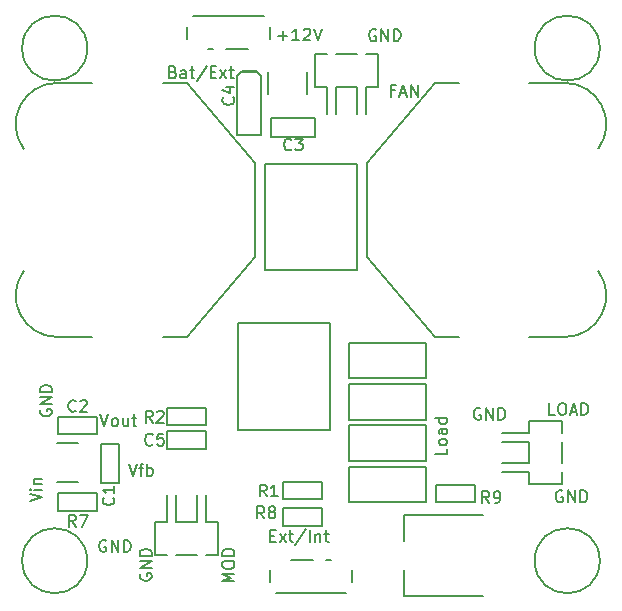
<source format=gto>
G04 This is an RS-274x file exported by *
G04 gerbv version 2.6.0 *
G04 More information is available about gerbv at *
G04 http://gerbv.gpleda.org/ *
G04 --End of header info--*
%MOIN*%
%FSLAX34Y34*%
%IPPOS*%
G04 --Define apertures--*
%ADD10C,0.0039*%
%ADD11C,0.0059*%
G04 --Start main section--*
G54D11*
G01X0051373Y-040059D02*
G01X0051336Y-040040D01*
G01X0051336Y-040040D02*
G01X0051280Y-040040D01*
G01X0051280Y-040040D02*
G01X0051223Y-040059D01*
G01X0051223Y-040059D02*
G01X0051186Y-040097D01*
G01X0051186Y-040097D02*
G01X0051167Y-040134D01*
G01X0051167Y-040134D02*
G01X0051148Y-040209D01*
G01X0051148Y-040209D02*
G01X0051148Y-040265D01*
G01X0051148Y-040265D02*
G01X0051167Y-040340D01*
G01X0051167Y-040340D02*
G01X0051186Y-040378D01*
G01X0051186Y-040378D02*
G01X0051223Y-040415D01*
G01X0051223Y-040415D02*
G01X0051280Y-040434D01*
G01X0051280Y-040434D02*
G01X0051317Y-040434D01*
G01X0051317Y-040434D02*
G01X0051373Y-040415D01*
G01X0051373Y-040415D02*
G01X0051392Y-040397D01*
G01X0051392Y-040397D02*
G01X0051392Y-040265D01*
G01X0051392Y-040265D02*
G01X0051317Y-040265D01*
G01X0051561Y-040434D02*
G01X0051561Y-040040D01*
G01X0051561Y-040040D02*
G01X0051786Y-040434D01*
G01X0051786Y-040434D02*
G01X0051786Y-040040D01*
G01X0051973Y-040434D02*
G01X0051973Y-040040D01*
G01X0051973Y-040040D02*
G01X0052067Y-040040D01*
G01X0052067Y-040040D02*
G01X0052123Y-040059D01*
G01X0052123Y-040059D02*
G01X0052161Y-040097D01*
G01X0052161Y-040097D02*
G01X0052179Y-040134D01*
G01X0052179Y-040134D02*
G01X0052198Y-040209D01*
G01X0052198Y-040209D02*
G01X0052198Y-040265D01*
G01X0052198Y-040265D02*
G01X0052179Y-040340D01*
G01X0052179Y-040340D02*
G01X0052161Y-040378D01*
G01X0052161Y-040378D02*
G01X0052123Y-040415D01*
G01X0052123Y-040415D02*
G01X0052067Y-040434D01*
G01X0052067Y-040434D02*
G01X0051973Y-040434D01*
G01X0043524Y-058194D02*
G01X0043505Y-058231D01*
G01X0043505Y-058231D02*
G01X0043505Y-058287D01*
G01X0043505Y-058287D02*
G01X0043524Y-058344D01*
G01X0043524Y-058344D02*
G01X0043561Y-058381D01*
G01X0043561Y-058381D02*
G01X0043599Y-058400D01*
G01X0043599Y-058400D02*
G01X0043674Y-058419D01*
G01X0043674Y-058419D02*
G01X0043730Y-058419D01*
G01X0043730Y-058419D02*
G01X0043805Y-058400D01*
G01X0043805Y-058400D02*
G01X0043842Y-058381D01*
G01X0043842Y-058381D02*
G01X0043880Y-058344D01*
G01X0043880Y-058344D02*
G01X0043899Y-058287D01*
G01X0043899Y-058287D02*
G01X0043899Y-058250D01*
G01X0043899Y-058250D02*
G01X0043880Y-058194D01*
G01X0043880Y-058194D02*
G01X0043861Y-058175D01*
G01X0043861Y-058175D02*
G01X0043730Y-058175D01*
G01X0043730Y-058175D02*
G01X0043730Y-058250D01*
G01X0043899Y-058006D02*
G01X0043505Y-058006D01*
G01X0043505Y-058006D02*
G01X0043899Y-057781D01*
G01X0043899Y-057781D02*
G01X0043505Y-057781D01*
G01X0043899Y-057594D02*
G01X0043505Y-057594D01*
G01X0043505Y-057594D02*
G01X0043505Y-057500D01*
G01X0043505Y-057500D02*
G01X0043524Y-057444D01*
G01X0043524Y-057444D02*
G01X0043561Y-057406D01*
G01X0043561Y-057406D02*
G01X0043599Y-057388D01*
G01X0043599Y-057388D02*
G01X0043674Y-057369D01*
G01X0043674Y-057369D02*
G01X0043730Y-057369D01*
G01X0043730Y-057369D02*
G01X0043805Y-057388D01*
G01X0043805Y-057388D02*
G01X0043842Y-057406D01*
G01X0043842Y-057406D02*
G01X0043880Y-057444D01*
G01X0043880Y-057444D02*
G01X0043899Y-057500D01*
G01X0043899Y-057500D02*
G01X0043899Y-057594D01*
G01X0057594Y-055433D02*
G01X0057556Y-055414D01*
G01X0057556Y-055414D02*
G01X0057500Y-055414D01*
G01X0057500Y-055414D02*
G01X0057444Y-055433D01*
G01X0057444Y-055433D02*
G01X0057406Y-055471D01*
G01X0057406Y-055471D02*
G01X0057388Y-055508D01*
G01X0057388Y-055508D02*
G01X0057369Y-055583D01*
G01X0057369Y-055583D02*
G01X0057369Y-055639D01*
G01X0057369Y-055639D02*
G01X0057388Y-055714D01*
G01X0057388Y-055714D02*
G01X0057406Y-055752D01*
G01X0057406Y-055752D02*
G01X0057444Y-055789D01*
G01X0057444Y-055789D02*
G01X0057500Y-055808D01*
G01X0057500Y-055808D02*
G01X0057537Y-055808D01*
G01X0057537Y-055808D02*
G01X0057594Y-055789D01*
G01X0057594Y-055789D02*
G01X0057612Y-055771D01*
G01X0057612Y-055771D02*
G01X0057612Y-055639D01*
G01X0057612Y-055639D02*
G01X0057537Y-055639D01*
G01X0057781Y-055808D02*
G01X0057781Y-055414D01*
G01X0057781Y-055414D02*
G01X0058006Y-055808D01*
G01X0058006Y-055808D02*
G01X0058006Y-055414D01*
G01X0058194Y-055808D02*
G01X0058194Y-055414D01*
G01X0058194Y-055414D02*
G01X0058287Y-055414D01*
G01X0058287Y-055414D02*
G01X0058344Y-055433D01*
G01X0058344Y-055433D02*
G01X0058381Y-055471D01*
G01X0058381Y-055471D02*
G01X0058400Y-055508D01*
G01X0058400Y-055508D02*
G01X0058419Y-055583D01*
G01X0058419Y-055583D02*
G01X0058419Y-055639D01*
G01X0058419Y-055639D02*
G01X0058400Y-055714D01*
G01X0058400Y-055714D02*
G01X0058381Y-055752D01*
G01X0058381Y-055752D02*
G01X0058344Y-055789D01*
G01X0058344Y-055789D02*
G01X0058287Y-055808D01*
G01X0058287Y-055808D02*
G01X0058194Y-055808D01*
G01X0047677Y-044528D02*
G01X0050748Y-044528D01*
G01X0050748Y-044528D02*
G01X0050748Y-048071D01*
G01X0050748Y-048071D02*
G01X0047677Y-048071D01*
G01X0047677Y-048071D02*
G01X0047677Y-044528D01*
G01X0046791Y-049843D02*
G01X0049862Y-049843D01*
G01X0049862Y-049843D02*
G01X0049862Y-053386D01*
G01X0049862Y-053386D02*
G01X0046791Y-053386D01*
G01X0046791Y-053386D02*
G01X0046791Y-049843D01*
G01X0045945Y-040709D02*
G01X0045787Y-040709D01*
G01X0047126Y-040709D02*
G01X0046378Y-040709D01*
G01X0047638Y-039606D02*
G01X0045276Y-039606D01*
G01X0045079Y-040354D02*
G01X0045079Y-039961D01*
G01X0047835Y-040354D02*
G01X0047835Y-039961D01*
G01X0049724Y-057717D02*
G01X0049882Y-057717D01*
G01X0048543Y-057717D02*
G01X0049291Y-057717D01*
G01X0048031Y-058819D02*
G01X0050394Y-058819D01*
G01X0050591Y-058071D02*
G01X0050591Y-058465D01*
G01X0047835Y-058071D02*
G01X0047835Y-058465D01*
G01X0040738Y-053829D02*
G01X0041447Y-053829D01*
G01X0041447Y-055128D02*
G01X0040738Y-055128D01*
G01X0047776Y-042185D02*
G01X0047776Y-041476D01*
G01X0049075Y-041476D02*
G01X0049075Y-042185D01*
G01X0052303Y-058051D02*
G01X0052303Y-058917D01*
G01X0052303Y-058917D02*
G01X0054941Y-058917D01*
G01X0054941Y-056240D02*
G01X0052303Y-056240D01*
G01X0052303Y-056240D02*
G01X0052303Y-057106D01*
G01X0050472Y-053051D02*
G01X0050472Y-051870D01*
G01X0050472Y-051870D02*
G01X0053031Y-051870D01*
G01X0053031Y-051870D02*
G01X0053031Y-053051D01*
G01X0053031Y-053051D02*
G01X0050472Y-053051D01*
G01X0050472Y-051673D02*
G01X0050472Y-050492D01*
G01X0050472Y-050492D02*
G01X0053031Y-050492D01*
G01X0053031Y-050492D02*
G01X0053031Y-051673D01*
G01X0053031Y-051673D02*
G01X0050472Y-051673D01*
G01X0050472Y-054429D02*
G01X0050472Y-053248D01*
G01X0050472Y-053248D02*
G01X0053031Y-053248D01*
G01X0053031Y-053248D02*
G01X0053031Y-054429D01*
G01X0053031Y-054429D02*
G01X0050472Y-054429D01*
G01X0050472Y-055807D02*
G01X0050472Y-054626D01*
G01X0050472Y-054626D02*
G01X0053031Y-054626D01*
G01X0053031Y-054626D02*
G01X0053031Y-055807D01*
G01X0053031Y-055807D02*
G01X0050472Y-055807D01*
G01X0042224Y-055177D02*
G01X0042815Y-055177D01*
G01X0042815Y-055177D02*
G01X0042815Y-053878D01*
G01X0042815Y-053878D02*
G01X0042224Y-053878D01*
G01X0042224Y-053878D02*
G01X0042224Y-055177D01*
G01X0040787Y-052953D02*
G01X0040787Y-053543D01*
G01X0040787Y-053543D02*
G01X0042087Y-053543D01*
G01X0042087Y-053543D02*
G01X0042087Y-052953D01*
G01X0042087Y-052953D02*
G01X0040787Y-052953D01*
G01X0048268Y-055118D02*
G01X0048268Y-055709D01*
G01X0048268Y-055709D02*
G01X0049567Y-055709D01*
G01X0049567Y-055709D02*
G01X0049567Y-055118D01*
G01X0049567Y-055118D02*
G01X0048268Y-055118D01*
G01X0044429Y-052657D02*
G01X0044429Y-053248D01*
G01X0044429Y-053248D02*
G01X0045728Y-053248D01*
G01X0045728Y-053248D02*
G01X0045728Y-052657D01*
G01X0045728Y-052657D02*
G01X0044429Y-052657D01*
G01X0042087Y-056102D02*
G01X0042087Y-055512D01*
G01X0042087Y-055512D02*
G01X0040787Y-055512D01*
G01X0040787Y-055512D02*
G01X0040787Y-056102D01*
G01X0040787Y-056102D02*
G01X0042087Y-056102D01*
G01X0048268Y-056004D02*
G01X0048268Y-056594D01*
G01X0048268Y-056594D02*
G01X0049567Y-056594D01*
G01X0049567Y-056594D02*
G01X0049567Y-056004D01*
G01X0049567Y-056004D02*
G01X0048268Y-056004D01*
G01X0057677Y-050295D02*
G01X0056496Y-050295D01*
G01X0053346Y-050295D02*
G01X0051083Y-047638D01*
G01X0054134Y-050295D02*
G01X0053346Y-050295D01*
G01X0058792Y-044019D02*
G75*
G03X0057677Y-041831I-001115J0000810D01*
G01X0057677Y-041831D02*
G01X0056496Y-041831D01*
G01X0054134Y-041831D02*
G01X0053346Y-041831D01*
G01X0051083Y-044488D02*
G01X0051083Y-047638D01*
G01X0051083Y-044488D02*
G01X0053346Y-041831D01*
G01X0058792Y-048107D02*
G75*
G02X0057677Y-050295I-001115J-000810D01*
G01X0040748Y-041831D02*
G01X0041929Y-041831D01*
G01X0045079Y-041831D02*
G01X0047343Y-044488D01*
G01X0044291Y-041831D02*
G01X0045079Y-041831D01*
G01X0039633Y-048107D02*
G75*
G03X0040748Y-050295I0001115J-000810D01*
G01X0040748Y-050295D02*
G01X0041929Y-050295D01*
G01X0044291Y-050295D02*
G01X0045079Y-050295D01*
G01X0047343Y-047638D02*
G01X0047343Y-044488D01*
G01X0047343Y-047638D02*
G01X0045079Y-050295D01*
G01X0039633Y-044019D02*
G75*
G02X0040748Y-041831I0001115J0000810D01*
G01X0044429Y-053445D02*
G01X0044429Y-054035D01*
G01X0044429Y-054035D02*
G01X0045728Y-054035D01*
G01X0045728Y-054035D02*
G01X0045728Y-053445D01*
G01X0045728Y-053445D02*
G01X0044429Y-053445D01*
G01X0053386Y-055217D02*
G01X0053386Y-055807D01*
G01X0053386Y-055807D02*
G01X0054685Y-055807D01*
G01X0054685Y-055807D02*
G01X0054685Y-055217D01*
G01X0054685Y-055217D02*
G01X0053386Y-055217D01*
G01X0049350Y-042992D02*
G01X0047894Y-042992D01*
G01X0047894Y-042992D02*
G01X0047894Y-043622D01*
G01X0047894Y-043622D02*
G01X0049350Y-043622D01*
G01X0049350Y-043622D02*
G01X0049350Y-042992D01*
G01X0046870Y-041476D02*
G01X0047421Y-041476D01*
G01X0046752Y-041594D02*
G01X0046752Y-043563D01*
G01X0046909Y-041437D02*
G01X0046752Y-041594D01*
G01X0047382Y-041437D02*
G01X0046909Y-041437D01*
G01X0047539Y-041594D02*
G01X0047382Y-041437D01*
G01X0047539Y-043563D02*
G01X0047539Y-041594D01*
G01X0047539Y-043563D02*
G01X0046752Y-043563D01*
G01X0058839Y-040669D02*
G75*
G03X0058839Y-040669I-001083J0000000D01*
G01X0058839Y-057756D02*
G75*
G03X0058839Y-057756I-001083J0000000D01*
G01X0041752Y-057756D02*
G75*
G03X0041752Y-057756I-001083J0000000D01*
G01X0041752Y-040669D02*
G75*
G03X0041752Y-040669I-001083J0000000D01*
G01X0045429Y-055570D02*
G01X0045429Y-056470D01*
G01X0045429Y-056470D02*
G01X0044729Y-056470D01*
G01X0044729Y-056470D02*
G01X0044729Y-055570D01*
G01X0044729Y-057570D02*
G01X0045429Y-057570D01*
G01X0045729Y-057570D02*
G01X0046129Y-057570D01*
G01X0046129Y-057570D02*
G01X0046129Y-056470D01*
G01X0046129Y-056470D02*
G01X0045729Y-056470D01*
G01X0045729Y-056470D02*
G01X0045729Y-055570D01*
G01X0044429Y-055570D02*
G01X0044429Y-056470D01*
G01X0044429Y-056470D02*
G01X0044029Y-056470D01*
G01X0044029Y-056470D02*
G01X0044029Y-057570D01*
G01X0044029Y-057570D02*
G01X0044429Y-057570D01*
G01X0050044Y-042856D02*
G01X0050044Y-041956D01*
G01X0050044Y-041956D02*
G01X0050744Y-041956D01*
G01X0050744Y-041956D02*
G01X0050744Y-042856D01*
G01X0050744Y-040856D02*
G01X0050044Y-040856D01*
G01X0049744Y-040856D02*
G01X0049344Y-040856D01*
G01X0049344Y-040856D02*
G01X0049344Y-041956D01*
G01X0049344Y-041956D02*
G01X0049744Y-041956D01*
G01X0049744Y-041956D02*
G01X0049744Y-042856D01*
G01X0051044Y-042856D02*
G01X0051044Y-041956D01*
G01X0051044Y-041956D02*
G01X0051444Y-041956D01*
G01X0051444Y-041956D02*
G01X0051444Y-040856D01*
G01X0051444Y-040856D02*
G01X0051044Y-040856D01*
G01X0055570Y-053784D02*
G01X0056470Y-053784D01*
G01X0056470Y-053784D02*
G01X0056470Y-054484D01*
G01X0056470Y-054484D02*
G01X0055570Y-054484D01*
G01X0057570Y-054484D02*
G01X0057570Y-053784D01*
G01X0057570Y-053484D02*
G01X0057570Y-053084D01*
G01X0057570Y-053084D02*
G01X0056470Y-053084D01*
G01X0056470Y-053084D02*
G01X0056470Y-053484D01*
G01X0056470Y-053484D02*
G01X0055570Y-053484D01*
G01X0055570Y-054784D02*
G01X0056470Y-054784D01*
G01X0056470Y-054784D02*
G01X0056470Y-055184D01*
G01X0056470Y-055184D02*
G01X0057570Y-055184D01*
G01X0057570Y-055184D02*
G01X0057570Y-054784D01*
G01X0044613Y-041468D02*
G01X0044669Y-041487D01*
G01X0044669Y-041487D02*
G01X0044688Y-041505D01*
G01X0044688Y-041505D02*
G01X0044707Y-041543D01*
G01X0044707Y-041543D02*
G01X0044707Y-041599D01*
G01X0044707Y-041599D02*
G01X0044688Y-041637D01*
G01X0044688Y-041637D02*
G01X0044669Y-041655D01*
G01X0044669Y-041655D02*
G01X0044632Y-041674D01*
G01X0044632Y-041674D02*
G01X0044482Y-041674D01*
G01X0044482Y-041674D02*
G01X0044482Y-041280D01*
G01X0044482Y-041280D02*
G01X0044613Y-041280D01*
G01X0044613Y-041280D02*
G01X0044650Y-041299D01*
G01X0044650Y-041299D02*
G01X0044669Y-041318D01*
G01X0044669Y-041318D02*
G01X0044688Y-041355D01*
G01X0044688Y-041355D02*
G01X0044688Y-041393D01*
G01X0044688Y-041393D02*
G01X0044669Y-041430D01*
G01X0044669Y-041430D02*
G01X0044650Y-041449D01*
G01X0044650Y-041449D02*
G01X0044613Y-041468D01*
G01X0044613Y-041468D02*
G01X0044482Y-041468D01*
G01X0045044Y-041674D02*
G01X0045044Y-041468D01*
G01X0045044Y-041468D02*
G01X0045025Y-041430D01*
G01X0045025Y-041430D02*
G01X0044988Y-041412D01*
G01X0044988Y-041412D02*
G01X0044913Y-041412D01*
G01X0044913Y-041412D02*
G01X0044875Y-041430D01*
G01X0045044Y-041655D02*
G01X0045007Y-041674D01*
G01X0045007Y-041674D02*
G01X0044913Y-041674D01*
G01X0044913Y-041674D02*
G01X0044875Y-041655D01*
G01X0044875Y-041655D02*
G01X0044857Y-041618D01*
G01X0044857Y-041618D02*
G01X0044857Y-041580D01*
G01X0044857Y-041580D02*
G01X0044875Y-041543D01*
G01X0044875Y-041543D02*
G01X0044913Y-041524D01*
G01X0044913Y-041524D02*
G01X0045007Y-041524D01*
G01X0045007Y-041524D02*
G01X0045044Y-041505D01*
G01X0045175Y-041412D02*
G01X0045325Y-041412D01*
G01X0045232Y-041280D02*
G01X0045232Y-041618D01*
G01X0045232Y-041618D02*
G01X0045250Y-041655D01*
G01X0045250Y-041655D02*
G01X0045288Y-041674D01*
G01X0045288Y-041674D02*
G01X0045325Y-041674D01*
G01X0045738Y-041262D02*
G01X0045400Y-041768D01*
G01X0045869Y-041468D02*
G01X0046000Y-041468D01*
G01X0046056Y-041674D02*
G01X0045869Y-041674D01*
G01X0045869Y-041674D02*
G01X0045869Y-041280D01*
G01X0045869Y-041280D02*
G01X0046056Y-041280D01*
G01X0046188Y-041674D02*
G01X0046394Y-041412D01*
G01X0046188Y-041412D02*
G01X0046394Y-041674D01*
G01X0046488Y-041412D02*
G01X0046638Y-041412D01*
G01X0046544Y-041280D02*
G01X0046544Y-041618D01*
G01X0046544Y-041618D02*
G01X0046563Y-041655D01*
G01X0046563Y-041655D02*
G01X0046600Y-041674D01*
G01X0046600Y-041674D02*
G01X0046638Y-041674D01*
G01X0047852Y-056921D02*
G01X0047984Y-056921D01*
G01X0048040Y-057127D02*
G01X0047852Y-057127D01*
G01X0047852Y-057127D02*
G01X0047852Y-056733D01*
G01X0047852Y-056733D02*
G01X0048040Y-056733D01*
G01X0048171Y-057127D02*
G01X0048377Y-056864D01*
G01X0048171Y-056864D02*
G01X0048377Y-057127D01*
G01X0048471Y-056864D02*
G01X0048621Y-056864D01*
G01X0048527Y-056733D02*
G01X0048527Y-057071D01*
G01X0048527Y-057071D02*
G01X0048546Y-057108D01*
G01X0048546Y-057108D02*
G01X0048584Y-057127D01*
G01X0048584Y-057127D02*
G01X0048621Y-057127D01*
G01X0049034Y-056714D02*
G01X0048696Y-057221D01*
G01X0049165Y-057127D02*
G01X0049165Y-056733D01*
G01X0049352Y-056864D02*
G01X0049352Y-057127D01*
G01X0049352Y-056902D02*
G01X0049371Y-056883D01*
G01X0049371Y-056883D02*
G01X0049409Y-056864D01*
G01X0049409Y-056864D02*
G01X0049465Y-056864D01*
G01X0049465Y-056864D02*
G01X0049502Y-056883D01*
G01X0049502Y-056883D02*
G01X0049521Y-056921D01*
G01X0049521Y-056921D02*
G01X0049521Y-057127D01*
G01X0049652Y-056864D02*
G01X0049802Y-056864D01*
G01X0049708Y-056733D02*
G01X0049708Y-057071D01*
G01X0049708Y-057071D02*
G01X0049727Y-057108D01*
G01X0049727Y-057108D02*
G01X0049765Y-057127D01*
G01X0049765Y-057127D02*
G01X0049802Y-057127D01*
G01X0052004Y-042078D02*
G01X0051873Y-042078D01*
G01X0051873Y-042284D02*
G01X0051873Y-041891D01*
G01X0051873Y-041891D02*
G01X0052060Y-041891D01*
G01X0052192Y-042172D02*
G01X0052379Y-042172D01*
G01X0052154Y-042284D02*
G01X0052285Y-041891D01*
G01X0052285Y-041891D02*
G01X0052417Y-042284D01*
G01X0052548Y-042284D02*
G01X0052548Y-041891D01*
G01X0052548Y-041891D02*
G01X0052773Y-042284D01*
G01X0052773Y-042284D02*
G01X0052773Y-041891D01*
G01X0042621Y-055656D02*
G01X0042640Y-055675D01*
G01X0042640Y-055675D02*
G01X0042658Y-055731D01*
G01X0042658Y-055731D02*
G01X0042658Y-055769D01*
G01X0042658Y-055769D02*
G01X0042640Y-055825D01*
G01X0042640Y-055825D02*
G01X0042602Y-055862D01*
G01X0042602Y-055862D02*
G01X0042565Y-055881D01*
G01X0042565Y-055881D02*
G01X0042490Y-055900D01*
G01X0042490Y-055900D02*
G01X0042433Y-055900D01*
G01X0042433Y-055900D02*
G01X0042358Y-055881D01*
G01X0042358Y-055881D02*
G01X0042321Y-055862D01*
G01X0042321Y-055862D02*
G01X0042283Y-055825D01*
G01X0042283Y-055825D02*
G01X0042265Y-055769D01*
G01X0042265Y-055769D02*
G01X0042265Y-055731D01*
G01X0042265Y-055731D02*
G01X0042283Y-055675D01*
G01X0042283Y-055675D02*
G01X0042302Y-055656D01*
G01X0042658Y-055281D02*
G01X0042658Y-055506D01*
G01X0042658Y-055394D02*
G01X0042265Y-055394D01*
G01X0042265Y-055394D02*
G01X0042321Y-055431D01*
G01X0042321Y-055431D02*
G01X0042358Y-055469D01*
G01X0042358Y-055469D02*
G01X0042377Y-055506D01*
G01X0041371Y-052759D02*
G01X0041353Y-052777D01*
G01X0041353Y-052777D02*
G01X0041296Y-052796D01*
G01X0041296Y-052796D02*
G01X0041259Y-052796D01*
G01X0041259Y-052796D02*
G01X0041203Y-052777D01*
G01X0041203Y-052777D02*
G01X0041165Y-052740D01*
G01X0041165Y-052740D02*
G01X0041146Y-052702D01*
G01X0041146Y-052702D02*
G01X0041128Y-052627D01*
G01X0041128Y-052627D02*
G01X0041128Y-052571D01*
G01X0041128Y-052571D02*
G01X0041146Y-052496D01*
G01X0041146Y-052496D02*
G01X0041165Y-052459D01*
G01X0041165Y-052459D02*
G01X0041203Y-052421D01*
G01X0041203Y-052421D02*
G01X0041259Y-052403D01*
G01X0041259Y-052403D02*
G01X0041296Y-052403D01*
G01X0041296Y-052403D02*
G01X0041353Y-052421D01*
G01X0041353Y-052421D02*
G01X0041371Y-052440D01*
G01X0041521Y-052440D02*
G01X0041540Y-052421D01*
G01X0041540Y-052421D02*
G01X0041578Y-052403D01*
G01X0041578Y-052403D02*
G01X0041671Y-052403D01*
G01X0041671Y-052403D02*
G01X0041709Y-052421D01*
G01X0041709Y-052421D02*
G01X0041728Y-052440D01*
G01X0041728Y-052440D02*
G01X0041746Y-052478D01*
G01X0041746Y-052478D02*
G01X0041746Y-052515D01*
G01X0041746Y-052515D02*
G01X0041728Y-052571D01*
G01X0041728Y-052571D02*
G01X0041503Y-052796D01*
G01X0041503Y-052796D02*
G01X0041746Y-052796D01*
G01X0047730Y-055611D02*
G01X0047598Y-055424D01*
G01X0047505Y-055611D02*
G01X0047505Y-055217D01*
G01X0047505Y-055217D02*
G01X0047655Y-055217D01*
G01X0047655Y-055217D02*
G01X0047692Y-055236D01*
G01X0047692Y-055236D02*
G01X0047711Y-055255D01*
G01X0047711Y-055255D02*
G01X0047730Y-055292D01*
G01X0047730Y-055292D02*
G01X0047730Y-055349D01*
G01X0047730Y-055349D02*
G01X0047711Y-055386D01*
G01X0047711Y-055386D02*
G01X0047692Y-055405D01*
G01X0047692Y-055405D02*
G01X0047655Y-055424D01*
G01X0047655Y-055424D02*
G01X0047505Y-055424D01*
G01X0048105Y-055611D02*
G01X0047880Y-055611D01*
G01X0047992Y-055611D02*
G01X0047992Y-055217D01*
G01X0047992Y-055217D02*
G01X0047955Y-055274D01*
G01X0047955Y-055274D02*
G01X0047917Y-055311D01*
G01X0047917Y-055311D02*
G01X0047880Y-055330D01*
G01X0043930Y-053151D02*
G01X0043799Y-052963D01*
G01X0043705Y-053151D02*
G01X0043705Y-052757D01*
G01X0043705Y-052757D02*
G01X0043855Y-052757D01*
G01X0043855Y-052757D02*
G01X0043893Y-052776D01*
G01X0043893Y-052776D02*
G01X0043912Y-052794D01*
G01X0043912Y-052794D02*
G01X0043930Y-052832D01*
G01X0043930Y-052832D02*
G01X0043930Y-052888D01*
G01X0043930Y-052888D02*
G01X0043912Y-052926D01*
G01X0043912Y-052926D02*
G01X0043893Y-052944D01*
G01X0043893Y-052944D02*
G01X0043855Y-052963D01*
G01X0043855Y-052963D02*
G01X0043705Y-052963D01*
G01X0044080Y-052794D02*
G01X0044099Y-052776D01*
G01X0044099Y-052776D02*
G01X0044137Y-052757D01*
G01X0044137Y-052757D02*
G01X0044230Y-052757D01*
G01X0044230Y-052757D02*
G01X0044268Y-052776D01*
G01X0044268Y-052776D02*
G01X0044287Y-052794D01*
G01X0044287Y-052794D02*
G01X0044305Y-052832D01*
G01X0044305Y-052832D02*
G01X0044305Y-052869D01*
G01X0044305Y-052869D02*
G01X0044287Y-052926D01*
G01X0044287Y-052926D02*
G01X0044062Y-053151D01*
G01X0044062Y-053151D02*
G01X0044305Y-053151D01*
G01X0041371Y-056615D02*
G01X0041240Y-056428D01*
G01X0041146Y-056615D02*
G01X0041146Y-056221D01*
G01X0041146Y-056221D02*
G01X0041296Y-056221D01*
G01X0041296Y-056221D02*
G01X0041334Y-056240D01*
G01X0041334Y-056240D02*
G01X0041353Y-056259D01*
G01X0041353Y-056259D02*
G01X0041371Y-056296D01*
G01X0041371Y-056296D02*
G01X0041371Y-056353D01*
G01X0041371Y-056353D02*
G01X0041353Y-056390D01*
G01X0041353Y-056390D02*
G01X0041334Y-056409D01*
G01X0041334Y-056409D02*
G01X0041296Y-056428D01*
G01X0041296Y-056428D02*
G01X0041146Y-056428D01*
G01X0041503Y-056221D02*
G01X0041765Y-056221D01*
G01X0041765Y-056221D02*
G01X0041596Y-056615D01*
G01X0047651Y-056340D02*
G01X0047520Y-056152D01*
G01X0047426Y-056340D02*
G01X0047426Y-055946D01*
G01X0047426Y-055946D02*
G01X0047576Y-055946D01*
G01X0047576Y-055946D02*
G01X0047613Y-055965D01*
G01X0047613Y-055965D02*
G01X0047632Y-055983D01*
G01X0047632Y-055983D02*
G01X0047651Y-056021D01*
G01X0047651Y-056021D02*
G01X0047651Y-056077D01*
G01X0047651Y-056077D02*
G01X0047632Y-056115D01*
G01X0047632Y-056115D02*
G01X0047613Y-056133D01*
G01X0047613Y-056133D02*
G01X0047576Y-056152D01*
G01X0047576Y-056152D02*
G01X0047426Y-056152D01*
G01X0047876Y-056115D02*
G01X0047838Y-056096D01*
G01X0047838Y-056096D02*
G01X0047820Y-056077D01*
G01X0047820Y-056077D02*
G01X0047801Y-056040D01*
G01X0047801Y-056040D02*
G01X0047801Y-056021D01*
G01X0047801Y-056021D02*
G01X0047820Y-055983D01*
G01X0047820Y-055983D02*
G01X0047838Y-055965D01*
G01X0047838Y-055965D02*
G01X0047876Y-055946D01*
G01X0047876Y-055946D02*
G01X0047951Y-055946D01*
G01X0047951Y-055946D02*
G01X0047988Y-055965D01*
G01X0047988Y-055965D02*
G01X0048007Y-055983D01*
G01X0048007Y-055983D02*
G01X0048026Y-056021D01*
G01X0048026Y-056021D02*
G01X0048026Y-056040D01*
G01X0048026Y-056040D02*
G01X0048007Y-056077D01*
G01X0048007Y-056077D02*
G01X0047988Y-056096D01*
G01X0047988Y-056096D02*
G01X0047951Y-056115D01*
G01X0047951Y-056115D02*
G01X0047876Y-056115D01*
G01X0047876Y-056115D02*
G01X0047838Y-056133D01*
G01X0047838Y-056133D02*
G01X0047820Y-056152D01*
G01X0047820Y-056152D02*
G01X0047801Y-056190D01*
G01X0047801Y-056190D02*
G01X0047801Y-056265D01*
G01X0047801Y-056265D02*
G01X0047820Y-056302D01*
G01X0047820Y-056302D02*
G01X0047838Y-056321D01*
G01X0047838Y-056321D02*
G01X0047876Y-056340D01*
G01X0047876Y-056340D02*
G01X0047951Y-056340D01*
G01X0047951Y-056340D02*
G01X0047988Y-056321D01*
G01X0047988Y-056321D02*
G01X0048007Y-056302D01*
G01X0048007Y-056302D02*
G01X0048026Y-056265D01*
G01X0048026Y-056265D02*
G01X0048026Y-056190D01*
G01X0048026Y-056190D02*
G01X0048007Y-056152D01*
G01X0048007Y-056152D02*
G01X0047988Y-056133D01*
G01X0047988Y-056133D02*
G01X0047951Y-056115D01*
G01X0043930Y-053881D02*
G01X0043912Y-053900D01*
G01X0043912Y-053900D02*
G01X0043855Y-053918D01*
G01X0043855Y-053918D02*
G01X0043818Y-053918D01*
G01X0043818Y-053918D02*
G01X0043762Y-053900D01*
G01X0043762Y-053900D02*
G01X0043724Y-053862D01*
G01X0043724Y-053862D02*
G01X0043705Y-053825D01*
G01X0043705Y-053825D02*
G01X0043687Y-053750D01*
G01X0043687Y-053750D02*
G01X0043687Y-053693D01*
G01X0043687Y-053693D02*
G01X0043705Y-053618D01*
G01X0043705Y-053618D02*
G01X0043724Y-053581D01*
G01X0043724Y-053581D02*
G01X0043762Y-053543D01*
G01X0043762Y-053543D02*
G01X0043818Y-053525D01*
G01X0043818Y-053525D02*
G01X0043855Y-053525D01*
G01X0043855Y-053525D02*
G01X0043912Y-053543D01*
G01X0043912Y-053543D02*
G01X0043930Y-053562D01*
G01X0044287Y-053525D02*
G01X0044099Y-053525D01*
G01X0044099Y-053525D02*
G01X0044080Y-053712D01*
G01X0044080Y-053712D02*
G01X0044099Y-053693D01*
G01X0044099Y-053693D02*
G01X0044137Y-053675D01*
G01X0044137Y-053675D02*
G01X0044230Y-053675D01*
G01X0044230Y-053675D02*
G01X0044268Y-053693D01*
G01X0044268Y-053693D02*
G01X0044287Y-053712D01*
G01X0044287Y-053712D02*
G01X0044305Y-053750D01*
G01X0044305Y-053750D02*
G01X0044305Y-053843D01*
G01X0044305Y-053843D02*
G01X0044287Y-053881D01*
G01X0044287Y-053881D02*
G01X0044268Y-053900D01*
G01X0044268Y-053900D02*
G01X0044230Y-053918D01*
G01X0044230Y-053918D02*
G01X0044137Y-053918D01*
G01X0044137Y-053918D02*
G01X0044099Y-053900D01*
G01X0044099Y-053900D02*
G01X0044080Y-053881D01*
G01X0055151Y-055828D02*
G01X0055020Y-055640D01*
G01X0054926Y-055828D02*
G01X0054926Y-055434D01*
G01X0054926Y-055434D02*
G01X0055076Y-055434D01*
G01X0055076Y-055434D02*
G01X0055113Y-055453D01*
G01X0055113Y-055453D02*
G01X0055132Y-055472D01*
G01X0055132Y-055472D02*
G01X0055151Y-055509D01*
G01X0055151Y-055509D02*
G01X0055151Y-055565D01*
G01X0055151Y-055565D02*
G01X0055132Y-055603D01*
G01X0055132Y-055603D02*
G01X0055113Y-055621D01*
G01X0055113Y-055621D02*
G01X0055076Y-055640D01*
G01X0055076Y-055640D02*
G01X0054926Y-055640D01*
G01X0055338Y-055828D02*
G01X0055413Y-055828D01*
G01X0055413Y-055828D02*
G01X0055451Y-055809D01*
G01X0055451Y-055809D02*
G01X0055470Y-055790D01*
G01X0055470Y-055790D02*
G01X0055507Y-055734D01*
G01X0055507Y-055734D02*
G01X0055526Y-055659D01*
G01X0055526Y-055659D02*
G01X0055526Y-055509D01*
G01X0055526Y-055509D02*
G01X0055507Y-055472D01*
G01X0055507Y-055472D02*
G01X0055488Y-055453D01*
G01X0055488Y-055453D02*
G01X0055451Y-055434D01*
G01X0055451Y-055434D02*
G01X0055376Y-055434D01*
G01X0055376Y-055434D02*
G01X0055338Y-055453D01*
G01X0055338Y-055453D02*
G01X0055320Y-055472D01*
G01X0055320Y-055472D02*
G01X0055301Y-055509D01*
G01X0055301Y-055509D02*
G01X0055301Y-055603D01*
G01X0055301Y-055603D02*
G01X0055320Y-055640D01*
G01X0055320Y-055640D02*
G01X0055338Y-055659D01*
G01X0055338Y-055659D02*
G01X0055376Y-055678D01*
G01X0055376Y-055678D02*
G01X0055451Y-055678D01*
G01X0055451Y-055678D02*
G01X0055488Y-055659D01*
G01X0055488Y-055659D02*
G01X0055507Y-055640D01*
G01X0055507Y-055640D02*
G01X0055526Y-055603D01*
G01X0048556Y-044038D02*
G01X0048538Y-044057D01*
G01X0048538Y-044057D02*
G01X0048481Y-044076D01*
G01X0048481Y-044076D02*
G01X0048444Y-044076D01*
G01X0048444Y-044076D02*
G01X0048388Y-044057D01*
G01X0048388Y-044057D02*
G01X0048350Y-044019D01*
G01X0048350Y-044019D02*
G01X0048331Y-043982D01*
G01X0048331Y-043982D02*
G01X0048313Y-043907D01*
G01X0048313Y-043907D02*
G01X0048313Y-043851D01*
G01X0048313Y-043851D02*
G01X0048331Y-043776D01*
G01X0048331Y-043776D02*
G01X0048350Y-043738D01*
G01X0048350Y-043738D02*
G01X0048388Y-043701D01*
G01X0048388Y-043701D02*
G01X0048444Y-043682D01*
G01X0048444Y-043682D02*
G01X0048481Y-043682D01*
G01X0048481Y-043682D02*
G01X0048538Y-043701D01*
G01X0048538Y-043701D02*
G01X0048556Y-043720D01*
G01X0048688Y-043682D02*
G01X0048931Y-043682D01*
G01X0048931Y-043682D02*
G01X0048800Y-043832D01*
G01X0048800Y-043832D02*
G01X0048856Y-043832D01*
G01X0048856Y-043832D02*
G01X0048894Y-043851D01*
G01X0048894Y-043851D02*
G01X0048913Y-043870D01*
G01X0048913Y-043870D02*
G01X0048931Y-043907D01*
G01X0048931Y-043907D02*
G01X0048931Y-044001D01*
G01X0048931Y-044001D02*
G01X0048913Y-044038D01*
G01X0048913Y-044038D02*
G01X0048894Y-044057D01*
G01X0048894Y-044057D02*
G01X0048856Y-044076D01*
G01X0048856Y-044076D02*
G01X0048744Y-044076D01*
G01X0048744Y-044076D02*
G01X0048706Y-044057D01*
G01X0048706Y-044057D02*
G01X0048688Y-044038D01*
G01X0046617Y-042310D02*
G01X0046636Y-042328D01*
G01X0046636Y-042328D02*
G01X0046654Y-042385D01*
G01X0046654Y-042385D02*
G01X0046654Y-042422D01*
G01X0046654Y-042422D02*
G01X0046636Y-042478D01*
G01X0046636Y-042478D02*
G01X0046598Y-042516D01*
G01X0046598Y-042516D02*
G01X0046561Y-042535D01*
G01X0046561Y-042535D02*
G01X0046486Y-042553D01*
G01X0046486Y-042553D02*
G01X0046430Y-042553D01*
G01X0046430Y-042553D02*
G01X0046355Y-042535D01*
G01X0046355Y-042535D02*
G01X0046317Y-042516D01*
G01X0046317Y-042516D02*
G01X0046280Y-042478D01*
G01X0046280Y-042478D02*
G01X0046261Y-042422D01*
G01X0046261Y-042422D02*
G01X0046261Y-042385D01*
G01X0046261Y-042385D02*
G01X0046280Y-042328D01*
G01X0046280Y-042328D02*
G01X0046298Y-042310D01*
G01X0046392Y-041972D02*
G01X0046654Y-041972D01*
G01X0046242Y-042066D02*
G01X0046523Y-042160D01*
G01X0046523Y-042160D02*
G01X0046523Y-041916D01*
G01X0042377Y-057087D02*
G01X0042340Y-057068D01*
G01X0042340Y-057068D02*
G01X0042283Y-057068D01*
G01X0042283Y-057068D02*
G01X0042227Y-057087D01*
G01X0042227Y-057087D02*
G01X0042190Y-057124D01*
G01X0042190Y-057124D02*
G01X0042171Y-057162D01*
G01X0042171Y-057162D02*
G01X0042152Y-057237D01*
G01X0042152Y-057237D02*
G01X0042152Y-057293D01*
G01X0042152Y-057293D02*
G01X0042171Y-057368D01*
G01X0042171Y-057368D02*
G01X0042190Y-057405D01*
G01X0042190Y-057405D02*
G01X0042227Y-057443D01*
G01X0042227Y-057443D02*
G01X0042283Y-057462D01*
G01X0042283Y-057462D02*
G01X0042321Y-057462D01*
G01X0042321Y-057462D02*
G01X0042377Y-057443D01*
G01X0042377Y-057443D02*
G01X0042396Y-057424D01*
G01X0042396Y-057424D02*
G01X0042396Y-057293D01*
G01X0042396Y-057293D02*
G01X0042321Y-057293D01*
G01X0042565Y-057462D02*
G01X0042565Y-057068D01*
G01X0042565Y-057068D02*
G01X0042790Y-057462D01*
G01X0042790Y-057462D02*
G01X0042790Y-057068D01*
G01X0042977Y-057462D02*
G01X0042977Y-057068D01*
G01X0042977Y-057068D02*
G01X0043071Y-057068D01*
G01X0043071Y-057068D02*
G01X0043127Y-057087D01*
G01X0043127Y-057087D02*
G01X0043165Y-057124D01*
G01X0043165Y-057124D02*
G01X0043183Y-057162D01*
G01X0043183Y-057162D02*
G01X0043202Y-057237D01*
G01X0043202Y-057237D02*
G01X0043202Y-057293D01*
G01X0043202Y-057293D02*
G01X0043183Y-057368D01*
G01X0043183Y-057368D02*
G01X0043165Y-057405D01*
G01X0043165Y-057405D02*
G01X0043127Y-057443D01*
G01X0043127Y-057443D02*
G01X0043071Y-057462D01*
G01X0043071Y-057462D02*
G01X0042977Y-057462D01*
G01X0053741Y-054015D02*
G01X0053741Y-054202D01*
G01X0053741Y-054202D02*
G01X0053347Y-054202D01*
G01X0053741Y-053827D02*
G01X0053722Y-053865D01*
G01X0053722Y-053865D02*
G01X0053704Y-053884D01*
G01X0053704Y-053884D02*
G01X0053666Y-053902D01*
G01X0053666Y-053902D02*
G01X0053554Y-053902D01*
G01X0053554Y-053902D02*
G01X0053516Y-053884D01*
G01X0053516Y-053884D02*
G01X0053497Y-053865D01*
G01X0053497Y-053865D02*
G01X0053479Y-053827D01*
G01X0053479Y-053827D02*
G01X0053479Y-053771D01*
G01X0053479Y-053771D02*
G01X0053497Y-053734D01*
G01X0053497Y-053734D02*
G01X0053516Y-053715D01*
G01X0053516Y-053715D02*
G01X0053554Y-053696D01*
G01X0053554Y-053696D02*
G01X0053666Y-053696D01*
G01X0053666Y-053696D02*
G01X0053704Y-053715D01*
G01X0053704Y-053715D02*
G01X0053722Y-053734D01*
G01X0053722Y-053734D02*
G01X0053741Y-053771D01*
G01X0053741Y-053771D02*
G01X0053741Y-053827D01*
G01X0053741Y-053359D02*
G01X0053535Y-053359D01*
G01X0053535Y-053359D02*
G01X0053497Y-053377D01*
G01X0053497Y-053377D02*
G01X0053479Y-053415D01*
G01X0053479Y-053415D02*
G01X0053479Y-053490D01*
G01X0053479Y-053490D02*
G01X0053497Y-053527D01*
G01X0053722Y-053359D02*
G01X0053741Y-053396D01*
G01X0053741Y-053396D02*
G01X0053741Y-053490D01*
G01X0053741Y-053490D02*
G01X0053722Y-053527D01*
G01X0053722Y-053527D02*
G01X0053685Y-053546D01*
G01X0053685Y-053546D02*
G01X0053647Y-053546D01*
G01X0053647Y-053546D02*
G01X0053610Y-053527D01*
G01X0053610Y-053527D02*
G01X0053591Y-053490D01*
G01X0053591Y-053490D02*
G01X0053591Y-053396D01*
G01X0053591Y-053396D02*
G01X0053572Y-053359D01*
G01X0053741Y-053002D02*
G01X0053347Y-053002D01*
G01X0053722Y-053002D02*
G01X0053741Y-053040D01*
G01X0053741Y-053040D02*
G01X0053741Y-053115D01*
G01X0053741Y-053115D02*
G01X0053722Y-053152D01*
G01X0053722Y-053152D02*
G01X0053704Y-053171D01*
G01X0053704Y-053171D02*
G01X0053666Y-053190D01*
G01X0053666Y-053190D02*
G01X0053554Y-053190D01*
G01X0053554Y-053190D02*
G01X0053516Y-053171D01*
G01X0053516Y-053171D02*
G01X0053497Y-053152D01*
G01X0053497Y-053152D02*
G01X0053479Y-053115D01*
G01X0053479Y-053115D02*
G01X0053479Y-053040D01*
G01X0053479Y-053040D02*
G01X0053497Y-053002D01*
G01X0054858Y-052677D02*
G01X0054820Y-052658D01*
G01X0054820Y-052658D02*
G01X0054764Y-052658D01*
G01X0054764Y-052658D02*
G01X0054708Y-052677D01*
G01X0054708Y-052677D02*
G01X0054670Y-052715D01*
G01X0054670Y-052715D02*
G01X0054651Y-052752D01*
G01X0054651Y-052752D02*
G01X0054633Y-052827D01*
G01X0054633Y-052827D02*
G01X0054633Y-052883D01*
G01X0054633Y-052883D02*
G01X0054651Y-052958D01*
G01X0054651Y-052958D02*
G01X0054670Y-052996D01*
G01X0054670Y-052996D02*
G01X0054708Y-053033D01*
G01X0054708Y-053033D02*
G01X0054764Y-053052D01*
G01X0054764Y-053052D02*
G01X0054801Y-053052D01*
G01X0054801Y-053052D02*
G01X0054858Y-053033D01*
G01X0054858Y-053033D02*
G01X0054876Y-053015D01*
G01X0054876Y-053015D02*
G01X0054876Y-052883D01*
G01X0054876Y-052883D02*
G01X0054801Y-052883D01*
G01X0055045Y-053052D02*
G01X0055045Y-052658D01*
G01X0055045Y-052658D02*
G01X0055270Y-053052D01*
G01X0055270Y-053052D02*
G01X0055270Y-052658D01*
G01X0055457Y-053052D02*
G01X0055457Y-052658D01*
G01X0055457Y-052658D02*
G01X0055551Y-052658D01*
G01X0055551Y-052658D02*
G01X0055607Y-052677D01*
G01X0055607Y-052677D02*
G01X0055645Y-052715D01*
G01X0055645Y-052715D02*
G01X0055664Y-052752D01*
G01X0055664Y-052752D02*
G01X0055682Y-052827D01*
G01X0055682Y-052827D02*
G01X0055682Y-052883D01*
G01X0055682Y-052883D02*
G01X0055664Y-052958D01*
G01X0055664Y-052958D02*
G01X0055645Y-052996D01*
G01X0055645Y-052996D02*
G01X0055607Y-053033D01*
G01X0055607Y-053033D02*
G01X0055551Y-053052D01*
G01X0055551Y-053052D02*
G01X0055457Y-053052D01*
G01X0043141Y-054528D02*
G01X0043272Y-054922D01*
G01X0043272Y-054922D02*
G01X0043404Y-054528D01*
G01X0043479Y-054660D02*
G01X0043629Y-054660D01*
G01X0043535Y-054922D02*
G01X0043535Y-054585D01*
G01X0043535Y-054585D02*
G01X0043554Y-054547D01*
G01X0043554Y-054547D02*
G01X0043591Y-054528D01*
G01X0043591Y-054528D02*
G01X0043629Y-054528D01*
G01X0043760Y-054922D02*
G01X0043760Y-054528D01*
G01X0043760Y-054678D02*
G01X0043797Y-054660D01*
G01X0043797Y-054660D02*
G01X0043872Y-054660D01*
G01X0043872Y-054660D02*
G01X0043910Y-054678D01*
G01X0043910Y-054678D02*
G01X0043929Y-054697D01*
G01X0043929Y-054697D02*
G01X0043947Y-054735D01*
G01X0043947Y-054735D02*
G01X0043947Y-054847D01*
G01X0043947Y-054847D02*
G01X0043929Y-054885D01*
G01X0043929Y-054885D02*
G01X0043910Y-054903D01*
G01X0043910Y-054903D02*
G01X0043872Y-054922D01*
G01X0043872Y-054922D02*
G01X0043797Y-054922D01*
G01X0043797Y-054922D02*
G01X0043760Y-054903D01*
G01X0042195Y-052875D02*
G01X0042327Y-053269D01*
G01X0042327Y-053269D02*
G01X0042458Y-052875D01*
G01X0042645Y-053269D02*
G01X0042608Y-053250D01*
G01X0042608Y-053250D02*
G01X0042589Y-053231D01*
G01X0042589Y-053231D02*
G01X0042570Y-053194D01*
G01X0042570Y-053194D02*
G01X0042570Y-053081D01*
G01X0042570Y-053081D02*
G01X0042589Y-053044D01*
G01X0042589Y-053044D02*
G01X0042608Y-053025D01*
G01X0042608Y-053025D02*
G01X0042645Y-053006D01*
G01X0042645Y-053006D02*
G01X0042702Y-053006D01*
G01X0042702Y-053006D02*
G01X0042739Y-053025D01*
G01X0042739Y-053025D02*
G01X0042758Y-053044D01*
G01X0042758Y-053044D02*
G01X0042777Y-053081D01*
G01X0042777Y-053081D02*
G01X0042777Y-053194D01*
G01X0042777Y-053194D02*
G01X0042758Y-053231D01*
G01X0042758Y-053231D02*
G01X0042739Y-053250D01*
G01X0042739Y-053250D02*
G01X0042702Y-053269D01*
G01X0042702Y-053269D02*
G01X0042645Y-053269D01*
G01X0043114Y-053006D02*
G01X0043114Y-053269D01*
G01X0042945Y-053006D02*
G01X0042945Y-053212D01*
G01X0042945Y-053212D02*
G01X0042964Y-053250D01*
G01X0042964Y-053250D02*
G01X0043002Y-053269D01*
G01X0043002Y-053269D02*
G01X0043058Y-053269D01*
G01X0043058Y-053269D02*
G01X0043095Y-053250D01*
G01X0043095Y-053250D02*
G01X0043114Y-053231D01*
G01X0043245Y-053006D02*
G01X0043395Y-053006D01*
G01X0043301Y-052875D02*
G01X0043301Y-053212D01*
G01X0043301Y-053212D02*
G01X0043320Y-053250D01*
G01X0043320Y-053250D02*
G01X0043358Y-053269D01*
G01X0043358Y-053269D02*
G01X0043395Y-053269D01*
G01X0040197Y-052721D02*
G01X0040178Y-052759D01*
G01X0040178Y-052759D02*
G01X0040178Y-052815D01*
G01X0040178Y-052815D02*
G01X0040197Y-052871D01*
G01X0040197Y-052871D02*
G01X0040234Y-052909D01*
G01X0040234Y-052909D02*
G01X0040272Y-052927D01*
G01X0040272Y-052927D02*
G01X0040347Y-052946D01*
G01X0040347Y-052946D02*
G01X0040403Y-052946D01*
G01X0040403Y-052946D02*
G01X0040478Y-052927D01*
G01X0040478Y-052927D02*
G01X0040516Y-052909D01*
G01X0040516Y-052909D02*
G01X0040553Y-052871D01*
G01X0040553Y-052871D02*
G01X0040572Y-052815D01*
G01X0040572Y-052815D02*
G01X0040572Y-052777D01*
G01X0040572Y-052777D02*
G01X0040553Y-052721D01*
G01X0040553Y-052721D02*
G01X0040534Y-052702D01*
G01X0040534Y-052702D02*
G01X0040403Y-052702D01*
G01X0040403Y-052702D02*
G01X0040403Y-052777D01*
G01X0040572Y-052534D02*
G01X0040178Y-052534D01*
G01X0040178Y-052534D02*
G01X0040572Y-052309D01*
G01X0040572Y-052309D02*
G01X0040178Y-052309D01*
G01X0040572Y-052121D02*
G01X0040178Y-052121D01*
G01X0040178Y-052121D02*
G01X0040178Y-052028D01*
G01X0040178Y-052028D02*
G01X0040197Y-051971D01*
G01X0040197Y-051971D02*
G01X0040234Y-051934D01*
G01X0040234Y-051934D02*
G01X0040272Y-051915D01*
G01X0040272Y-051915D02*
G01X0040347Y-051896D01*
G01X0040347Y-051896D02*
G01X0040403Y-051896D01*
G01X0040403Y-051896D02*
G01X0040478Y-051915D01*
G01X0040478Y-051915D02*
G01X0040516Y-051934D01*
G01X0040516Y-051934D02*
G01X0040553Y-051971D01*
G01X0040553Y-051971D02*
G01X0040572Y-052028D01*
G01X0040572Y-052028D02*
G01X0040572Y-052121D01*
G01X0039843Y-055777D02*
G01X0040237Y-055646D01*
G01X0040237Y-055646D02*
G01X0039843Y-055515D01*
G01X0040237Y-055383D02*
G01X0039975Y-055383D01*
G01X0039843Y-055383D02*
G01X0039862Y-055402D01*
G01X0039862Y-055402D02*
G01X0039881Y-055383D01*
G01X0039881Y-055383D02*
G01X0039862Y-055365D01*
G01X0039862Y-055365D02*
G01X0039843Y-055383D01*
G01X0039843Y-055383D02*
G01X0039881Y-055383D01*
G01X0039975Y-055196D02*
G01X0040237Y-055196D01*
G01X0040012Y-055196D02*
G01X0039993Y-055177D01*
G01X0039993Y-055177D02*
G01X0039975Y-055140D01*
G01X0039975Y-055140D02*
G01X0039975Y-055083D01*
G01X0039975Y-055083D02*
G01X0039993Y-055046D01*
G01X0039993Y-055046D02*
G01X0040031Y-055027D01*
G01X0040031Y-055027D02*
G01X0040237Y-055027D01*
G01X0046654Y-058448D02*
G01X0046261Y-058448D01*
G01X0046261Y-058448D02*
G01X0046542Y-058316D01*
G01X0046542Y-058316D02*
G01X0046261Y-058185D01*
G01X0046261Y-058185D02*
G01X0046654Y-058185D01*
G01X0046261Y-057923D02*
G01X0046261Y-057848D01*
G01X0046261Y-057848D02*
G01X0046280Y-057810D01*
G01X0046280Y-057810D02*
G01X0046317Y-057773D01*
G01X0046317Y-057773D02*
G01X0046392Y-057754D01*
G01X0046392Y-057754D02*
G01X0046523Y-057754D01*
G01X0046523Y-057754D02*
G01X0046598Y-057773D01*
G01X0046598Y-057773D02*
G01X0046636Y-057810D01*
G01X0046636Y-057810D02*
G01X0046654Y-057848D01*
G01X0046654Y-057848D02*
G01X0046654Y-057923D01*
G01X0046654Y-057923D02*
G01X0046636Y-057960D01*
G01X0046636Y-057960D02*
G01X0046598Y-057998D01*
G01X0046598Y-057998D02*
G01X0046523Y-058016D01*
G01X0046523Y-058016D02*
G01X0046392Y-058016D01*
G01X0046392Y-058016D02*
G01X0046317Y-057998D01*
G01X0046317Y-057998D02*
G01X0046280Y-057960D01*
G01X0046280Y-057960D02*
G01X0046261Y-057923D01*
G01X0046654Y-057585D02*
G01X0046261Y-057585D01*
G01X0046261Y-057585D02*
G01X0046261Y-057492D01*
G01X0046261Y-057492D02*
G01X0046280Y-057435D01*
G01X0046280Y-057435D02*
G01X0046317Y-057398D01*
G01X0046317Y-057398D02*
G01X0046355Y-057379D01*
G01X0046355Y-057379D02*
G01X0046430Y-057360D01*
G01X0046430Y-057360D02*
G01X0046486Y-057360D01*
G01X0046486Y-057360D02*
G01X0046561Y-057379D01*
G01X0046561Y-057379D02*
G01X0046598Y-057398D01*
G01X0046598Y-057398D02*
G01X0046636Y-057435D01*
G01X0046636Y-057435D02*
G01X0046654Y-057492D01*
G01X0046654Y-057492D02*
G01X0046654Y-057585D01*
G01X0048125Y-040264D02*
G01X0048425Y-040264D01*
G01X0048275Y-040414D02*
G01X0048275Y-040114D01*
G01X0048819Y-040414D02*
G01X0048594Y-040414D01*
G01X0048706Y-040414D02*
G01X0048706Y-040021D01*
G01X0048706Y-040021D02*
G01X0048669Y-040077D01*
G01X0048669Y-040077D02*
G01X0048631Y-040114D01*
G01X0048631Y-040114D02*
G01X0048594Y-040133D01*
G01X0048969Y-040058D02*
G01X0048988Y-040039D01*
G01X0048988Y-040039D02*
G01X0049025Y-040021D01*
G01X0049025Y-040021D02*
G01X0049119Y-040021D01*
G01X0049119Y-040021D02*
G01X0049156Y-040039D01*
G01X0049156Y-040039D02*
G01X0049175Y-040058D01*
G01X0049175Y-040058D02*
G01X0049194Y-040096D01*
G01X0049194Y-040096D02*
G01X0049194Y-040133D01*
G01X0049194Y-040133D02*
G01X0049175Y-040189D01*
G01X0049175Y-040189D02*
G01X0048950Y-040414D01*
G01X0048950Y-040414D02*
G01X0049194Y-040414D01*
G01X0049306Y-040021D02*
G01X0049438Y-040414D01*
G01X0049438Y-040414D02*
G01X0049569Y-040021D01*
G01X0057345Y-052895D02*
G01X0057158Y-052895D01*
G01X0057158Y-052895D02*
G01X0057158Y-052501D01*
G01X0057552Y-052501D02*
G01X0057627Y-052501D01*
G01X0057627Y-052501D02*
G01X0057664Y-052520D01*
G01X0057664Y-052520D02*
G01X0057702Y-052557D01*
G01X0057702Y-052557D02*
G01X0057720Y-052632D01*
G01X0057720Y-052632D02*
G01X0057720Y-052763D01*
G01X0057720Y-052763D02*
G01X0057702Y-052838D01*
G01X0057702Y-052838D02*
G01X0057664Y-052876D01*
G01X0057664Y-052876D02*
G01X0057627Y-052895D01*
G01X0057627Y-052895D02*
G01X0057552Y-052895D01*
G01X0057552Y-052895D02*
G01X0057514Y-052876D01*
G01X0057514Y-052876D02*
G01X0057477Y-052838D01*
G01X0057477Y-052838D02*
G01X0057458Y-052763D01*
G01X0057458Y-052763D02*
G01X0057458Y-052632D01*
G01X0057458Y-052632D02*
G01X0057477Y-052557D01*
G01X0057477Y-052557D02*
G01X0057514Y-052520D01*
G01X0057514Y-052520D02*
G01X0057552Y-052501D01*
G01X0057870Y-052782D02*
G01X0058058Y-052782D01*
G01X0057833Y-052895D02*
G01X0057964Y-052501D01*
G01X0057964Y-052501D02*
G01X0058095Y-052895D01*
G01X0058226Y-052895D02*
G01X0058226Y-052501D01*
G01X0058226Y-052501D02*
G01X0058320Y-052501D01*
G01X0058320Y-052501D02*
G01X0058376Y-052520D01*
G01X0058376Y-052520D02*
G01X0058414Y-052557D01*
G01X0058414Y-052557D02*
G01X0058433Y-052595D01*
G01X0058433Y-052595D02*
G01X0058451Y-052670D01*
G01X0058451Y-052670D02*
G01X0058451Y-052726D01*
G01X0058451Y-052726D02*
G01X0058433Y-052801D01*
G01X0058433Y-052801D02*
G01X0058414Y-052838D01*
G01X0058414Y-052838D02*
G01X0058376Y-052876D01*
G01X0058376Y-052876D02*
G01X0058320Y-052895D01*
G01X0058320Y-052895D02*
G01X0058226Y-052895D01*
M02*

</source>
